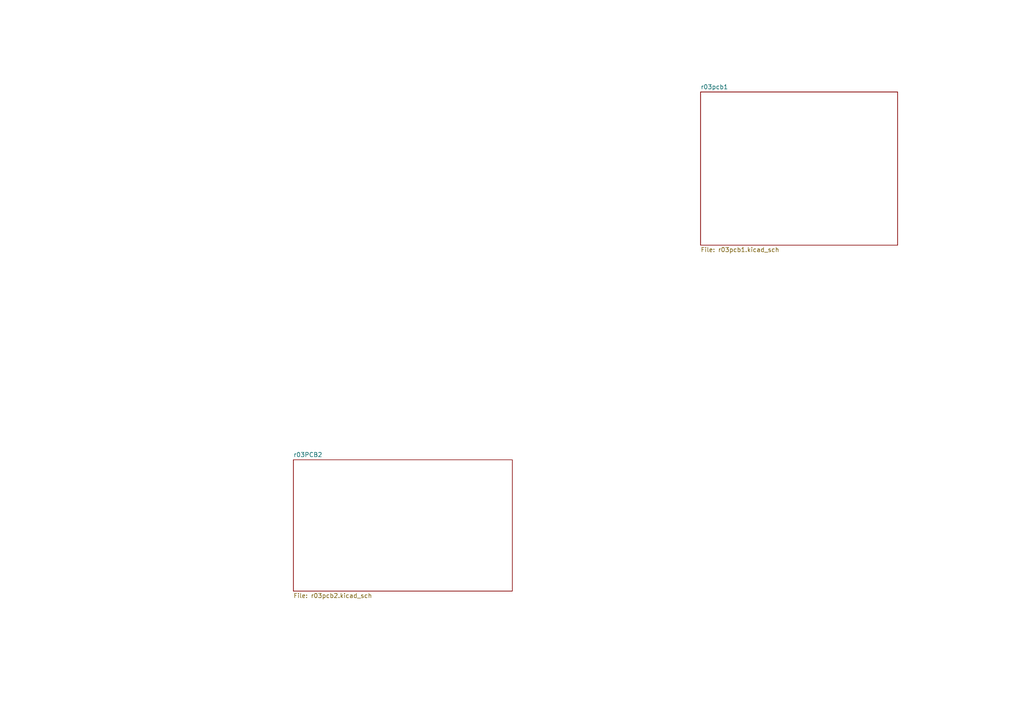
<source format=kicad_sch>
(kicad_sch (version 20230121) (generator eeschema)
  (paper "A4")
  (title_block (title "r03 Overview") (date "2023-05-14") (rev "a") (company "MEgliDevelopment"))
  (lib_symbols)
  (sheet (at 85.09 133.35) (size 63.5 38.1) (stroke (width 0.1524))
    (property "Sheetname" "r03PCB2" (at 85.09 132.6384 0) (effects (justify left bottom)))
    (property "Sheetfile" "r03pcb2.kicad_sch" (at 85.09 172.0346 0) (effects (justify left top)))
  )
  (sheet (at 203.2 26.67) (size 57.15 44.45) (stroke (width 0.1524))
    (property "Sheetname" "r03pcb1" (at 203.2 25.9584 0) (effects (justify left bottom)))
    (property "Sheetfile" "r03pcb1.kicad_sch" (at 203.2 71.7046 0) (effects (justify left top)))
  )
)
</source>
